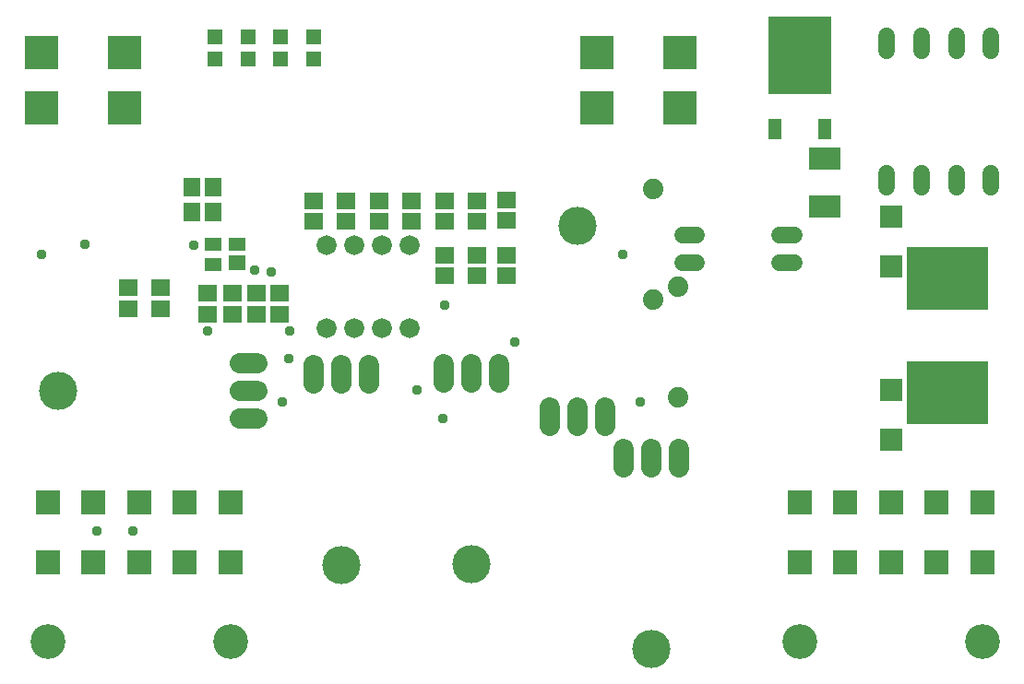
<source format=gbl>
G04 EAGLE Gerber RS-274X export*
G75*
%MOMM*%
%FSLAX34Y34*%
%LPD*%
%INSoldermask Top*%
%IPPOS*%
%AMOC8*
5,1,8,0,0,1.08239X$1,22.5*%
G01*
%ADD10R,1.703200X1.503200*%
%ADD11C,1.828800*%
%ADD12C,1.879600*%
%ADD13C,1.879600*%
%ADD14C,3.505200*%
%ADD15R,1.643200X1.203200*%
%ADD16R,1.643200X1.403200*%
%ADD17C,1.524000*%
%ADD18R,1.503200X1.703200*%
%ADD19R,1.177100X1.921100*%
%ADD20R,5.747100X7.204100*%
%ADD21R,2.903200X2.003200*%
%ADD22R,7.433200X5.803200*%
%ADD23R,2.303200X2.303200*%
%ADD24C,3.203200*%
%ADD25R,3.060700X3.060700*%
%ADD26R,1.403200X1.403200*%
%ADD27R,2.153200X2.153200*%
%ADD28C,0.959600*%


D10*
X430000Y409500D03*
X430000Y390500D03*
X430000Y459500D03*
X430000Y440500D03*
X457000Y409500D03*
X457000Y390500D03*
X457000Y460500D03*
X457000Y441500D03*
X206000Y374500D03*
X206000Y355500D03*
X228000Y355500D03*
X228000Y374500D03*
X400500Y409500D03*
X400500Y390500D03*
X400500Y459500D03*
X400500Y440500D03*
X280000Y459500D03*
X280000Y440500D03*
X310000Y459500D03*
X310000Y440500D03*
X340000Y440500D03*
X340000Y459500D03*
X370000Y440500D03*
X370000Y459500D03*
D11*
X291900Y342900D03*
X317300Y342900D03*
X317300Y419100D03*
X291900Y419100D03*
X342700Y342900D03*
X368100Y342900D03*
X342700Y419100D03*
X368100Y419100D03*
D10*
X249000Y374500D03*
X249000Y355500D03*
D12*
X591500Y470800D03*
X591500Y369200D03*
X615000Y380800D03*
X615000Y279200D03*
D13*
X615400Y231882D02*
X615400Y215118D01*
X590000Y215118D02*
X590000Y231882D01*
X564600Y231882D02*
X564600Y215118D01*
D14*
X590000Y48240D03*
D13*
X331320Y291878D02*
X331320Y308642D01*
X305920Y308642D02*
X305920Y291878D01*
X280520Y291878D02*
X280520Y308642D01*
D14*
X305920Y125000D03*
D13*
X450090Y292878D02*
X450090Y309642D01*
X424690Y309642D02*
X424690Y292878D01*
X399290Y292878D02*
X399290Y309642D01*
D14*
X424690Y126000D03*
D13*
X497100Y253118D02*
X497100Y269882D01*
X522500Y269882D02*
X522500Y253118D01*
X547900Y253118D02*
X547900Y269882D01*
D14*
X522500Y436760D03*
D13*
X228882Y259600D02*
X212118Y259600D01*
X212118Y285000D02*
X228882Y285000D01*
X228882Y310400D02*
X212118Y310400D01*
D14*
X45240Y285000D03*
D15*
X188000Y401000D03*
X210000Y420000D03*
D16*
X210000Y403000D03*
D15*
X188000Y420000D03*
D10*
X183000Y355500D03*
X183000Y374500D03*
D17*
X708100Y402300D02*
X721308Y402300D01*
X721308Y427700D02*
X708100Y427700D01*
X631900Y427700D02*
X618692Y427700D01*
X618692Y402300D02*
X631900Y402300D01*
D18*
X187500Y472000D03*
X168500Y472000D03*
X187500Y449000D03*
X168500Y449000D03*
D19*
X703700Y525459D03*
X749300Y525459D03*
D20*
X726500Y593126D03*
D21*
X749500Y454000D03*
X749500Y498000D03*
D22*
X861500Y388500D03*
X861500Y283500D03*
D17*
X806000Y597626D02*
X806000Y610834D01*
X806000Y485104D02*
X806000Y471896D01*
D23*
X204000Y127900D03*
X162000Y127900D03*
X120000Y127900D03*
X78000Y127900D03*
X36000Y127900D03*
X78000Y182900D03*
X36000Y182900D03*
X120000Y182900D03*
X162000Y182900D03*
X204000Y182900D03*
D24*
X204000Y54900D03*
X36000Y54900D03*
D23*
X894000Y127900D03*
X852000Y127900D03*
X810000Y127900D03*
X768000Y127900D03*
X726000Y127900D03*
X768000Y182900D03*
X726000Y182900D03*
X810000Y182900D03*
X852000Y182900D03*
X894000Y182900D03*
D24*
X894000Y54900D03*
X726000Y54900D03*
D25*
X540000Y595800D03*
X616200Y595800D03*
X616200Y545000D03*
X540000Y545000D03*
X30000Y595800D03*
X106200Y595800D03*
X106200Y545000D03*
X30000Y545000D03*
D26*
X190000Y589500D03*
X190000Y610500D03*
X220000Y589500D03*
X220000Y610500D03*
X280000Y589500D03*
X280000Y610500D03*
D10*
X140000Y360500D03*
X140000Y379500D03*
D26*
X250000Y589500D03*
X250000Y610500D03*
D10*
X110000Y360500D03*
X110000Y379500D03*
D17*
X870000Y597626D02*
X870000Y610834D01*
X870000Y485104D02*
X870000Y471896D01*
X902000Y597626D02*
X902000Y610834D01*
X902000Y485104D02*
X902000Y471896D01*
X838000Y597626D02*
X838000Y610834D01*
X838000Y485104D02*
X838000Y471896D01*
D27*
X810000Y240000D03*
X810000Y399000D03*
X810000Y286000D03*
X810000Y445000D03*
D28*
X226000Y396000D03*
X564000Y410000D03*
X170000Y419000D03*
X183000Y340000D03*
X258000Y340000D03*
X241000Y394000D03*
X580000Y275000D03*
X114000Y156000D03*
X81000Y156000D03*
X375000Y286000D03*
X465000Y330000D03*
X399000Y260000D03*
X251000Y275000D03*
X257660Y314350D03*
X400000Y364000D03*
X30000Y410000D03*
X70000Y420000D03*
M02*

</source>
